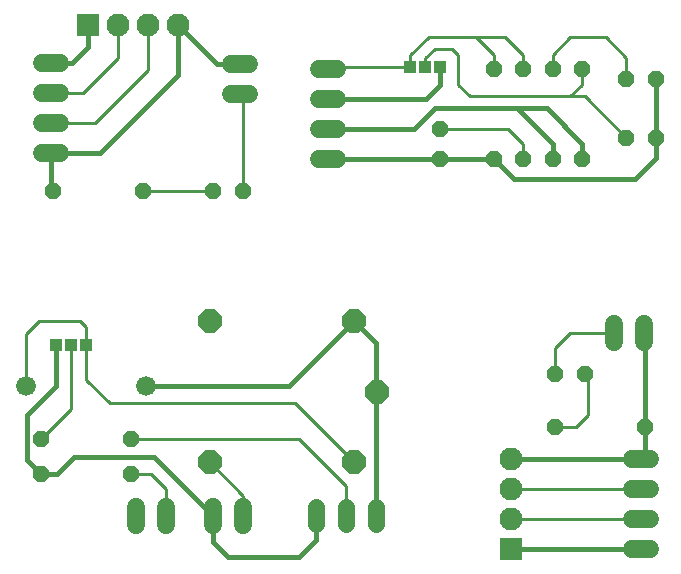
<source format=gbl>
G04 EAGLE Gerber RS-274X export*
G75*
%MOMM*%
%FSLAX34Y34*%
%LPD*%
%INBottom Copper*%
%IPPOS*%
%AMOC8*
5,1,8,0,0,1.08239X$1,22.5*%
G01*
%ADD10P,1.429621X8X22.500000*%
%ADD11R,1.108000X1.108000*%
%ADD12C,1.676400*%
%ADD13P,2.110661X8X292.500000*%
%ADD14C,1.524000*%
%ADD15C,1.422400*%
%ADD16P,1.429621X8X202.500000*%
%ADD17C,1.950000*%
%ADD18R,1.950000X1.950000*%
%ADD19P,1.429621X8X292.500000*%
%ADD20P,1.429621X8X112.500000*%
%ADD21C,0.406400*%
%ADD22C,0.254000*%


D10*
X36900Y135000D03*
X113100Y135000D03*
D11*
X49600Y214600D03*
X62300Y214600D03*
X75000Y214600D03*
D12*
X24200Y180000D03*
X125800Y180000D03*
D13*
X301500Y115000D03*
X301500Y235000D03*
X321500Y175000D03*
X179500Y235000D03*
X179500Y115000D03*
D14*
X207700Y77620D02*
X207700Y62380D01*
X182300Y62380D02*
X182300Y77620D01*
X142700Y77620D02*
X142700Y62380D01*
X117300Y62380D02*
X117300Y77620D01*
D10*
X36900Y105000D03*
X113100Y105000D03*
D15*
X320400Y77112D02*
X320400Y62888D01*
X295000Y62888D02*
X295000Y77112D01*
X269600Y77112D02*
X269600Y62888D01*
D10*
X472300Y190000D03*
X497700Y190000D03*
D16*
X548100Y145000D03*
X471900Y145000D03*
D14*
X537380Y118100D02*
X552620Y118100D01*
X552620Y92700D02*
X537380Y92700D01*
X537380Y67300D02*
X552620Y67300D01*
X552620Y41900D02*
X537380Y41900D01*
D17*
X435000Y118100D03*
X435000Y92700D03*
X435000Y67300D03*
D18*
X435000Y41900D03*
D14*
X522300Y217380D02*
X522300Y232620D01*
X547700Y232620D02*
X547700Y217380D01*
D16*
X207700Y345000D03*
X182300Y345000D03*
D10*
X46900Y345000D03*
X123100Y345000D03*
D14*
X52620Y376900D02*
X37380Y376900D01*
X37380Y402300D02*
X52620Y402300D01*
X52620Y427700D02*
X37380Y427700D01*
X37380Y453100D02*
X52620Y453100D01*
D17*
X102300Y485000D03*
X127700Y485000D03*
X153100Y485000D03*
D18*
X76900Y485000D03*
D14*
X197380Y427300D02*
X212620Y427300D01*
X212620Y452700D02*
X197380Y452700D01*
D19*
X470000Y448100D03*
X470000Y371900D03*
D11*
X349600Y449600D03*
X362300Y449600D03*
X375000Y449600D03*
D10*
X532300Y440000D03*
X557700Y440000D03*
D19*
X495000Y448100D03*
X495000Y371900D03*
D16*
X557700Y390000D03*
X532300Y390000D03*
D19*
X420000Y448100D03*
X420000Y371900D03*
X375000Y397700D03*
X375000Y372300D03*
D20*
X445000Y371900D03*
X445000Y448100D03*
D14*
X287620Y371900D02*
X272380Y371900D01*
X272380Y397300D02*
X287620Y397300D01*
X287620Y422700D02*
X272380Y422700D01*
X272380Y448100D02*
X287620Y448100D01*
D21*
X435000Y41900D02*
X545000Y41900D01*
X352300Y397300D02*
X280000Y397300D01*
X352300Y397300D02*
X370000Y415000D01*
X440000Y415000D01*
X465000Y415000D01*
X495000Y385000D01*
X495000Y371900D01*
X470000Y371900D02*
X470000Y385000D01*
X440000Y415000D01*
X269600Y70000D02*
X269600Y49600D01*
X255000Y35000D01*
X195000Y35000D01*
X182300Y47700D02*
X182300Y70000D01*
X182300Y47700D02*
X195000Y35000D01*
X50000Y105000D02*
X36900Y105000D01*
X50000Y105000D02*
X65000Y120000D01*
X132300Y120000D01*
X182300Y70000D01*
X49600Y179600D02*
X49600Y214600D01*
X49600Y179600D02*
X25000Y155000D01*
X25000Y116900D01*
X36900Y105000D01*
X435000Y118100D02*
X545000Y118100D01*
X548100Y224600D02*
X547700Y225000D01*
X548100Y224600D02*
X548100Y145000D01*
X548100Y121200D01*
X545000Y118100D01*
X205000Y452700D02*
X185400Y452700D01*
X153100Y485000D01*
X153100Y443100D01*
X86900Y376900D02*
X45000Y376900D01*
X86900Y376900D02*
X153100Y443100D01*
X46900Y345000D02*
X45000Y346900D01*
X45000Y376900D01*
X557700Y390000D02*
X557700Y440000D01*
X557700Y390000D02*
X557700Y372700D01*
X540000Y355000D01*
X436900Y355000D01*
X420000Y371900D01*
X375400Y371900D01*
X375000Y372300D01*
X280400Y372300D01*
X280000Y371900D01*
D22*
X295000Y95000D02*
X295000Y70000D01*
X295000Y95000D02*
X255000Y135000D01*
X113100Y135000D01*
D21*
X320400Y173900D02*
X320400Y70000D01*
X320400Y173900D02*
X321500Y175000D01*
X320400Y216100D02*
X301500Y235000D01*
X320400Y216100D02*
X320400Y173900D01*
X301500Y235000D02*
X246500Y180000D01*
X125800Y180000D01*
D22*
X142700Y92300D02*
X142700Y70000D01*
X142700Y92300D02*
X130000Y105000D01*
X113100Y105000D01*
X62300Y160400D02*
X36900Y135000D01*
X62300Y160400D02*
X62300Y214600D01*
X24200Y224200D02*
X24200Y180000D01*
X24200Y224200D02*
X35000Y235000D01*
X75000Y230000D02*
X75000Y214600D01*
X75000Y230000D02*
X70000Y235000D01*
X35000Y235000D01*
X75000Y214600D02*
X75000Y185000D01*
X95000Y165000D01*
X251500Y165000D01*
X301500Y115000D01*
X207700Y86800D02*
X207700Y70000D01*
X207700Y86800D02*
X179500Y115000D01*
X435000Y92700D02*
X545000Y92700D01*
X545000Y67300D02*
X435000Y67300D01*
X471900Y145000D02*
X490000Y145000D01*
X500000Y155000D01*
X500000Y187700D01*
X497700Y190000D01*
X472300Y190000D02*
X472300Y212300D01*
X485000Y225000D01*
X522300Y225000D01*
X207700Y345000D02*
X207700Y424600D01*
X205000Y427300D01*
X182300Y345000D02*
X123100Y345000D01*
D21*
X63100Y453100D02*
X45000Y453100D01*
X76900Y466900D02*
X76900Y485000D01*
X76900Y466900D02*
X63100Y453100D01*
D22*
X72700Y427700D02*
X45000Y427700D01*
X102300Y457300D02*
X102300Y485000D01*
X102300Y457300D02*
X72700Y427700D01*
X127700Y447700D02*
X127700Y485000D01*
X82300Y402300D02*
X45000Y402300D01*
X82300Y402300D02*
X127700Y447700D01*
D21*
X280000Y422700D02*
X362700Y422700D01*
X375000Y435000D01*
X375000Y449600D01*
D22*
X470000Y448100D02*
X470000Y460000D01*
X485000Y475000D01*
X515000Y475000D01*
X532300Y457700D02*
X532300Y440000D01*
X532300Y457700D02*
X515000Y475000D01*
X362300Y457300D02*
X362300Y449600D01*
X362300Y457300D02*
X370000Y465000D01*
X385000Y465000D01*
X390000Y460000D01*
X390000Y435000D01*
X400000Y425000D01*
X485000Y425000D01*
X495000Y435000D01*
X495000Y448100D01*
X497300Y425000D02*
X532300Y390000D01*
X497300Y425000D02*
X485000Y425000D01*
X432300Y397700D02*
X375000Y397700D01*
X432300Y397700D02*
X445000Y385000D01*
X445000Y371900D01*
X281500Y449600D02*
X280000Y448100D01*
X281500Y449600D02*
X349600Y449600D01*
X349600Y459600D01*
X365000Y475000D01*
X405000Y475000D01*
X430000Y475000D01*
X445000Y460000D01*
X445000Y448100D01*
X420000Y448100D02*
X420000Y460000D01*
X405000Y475000D01*
M02*

</source>
